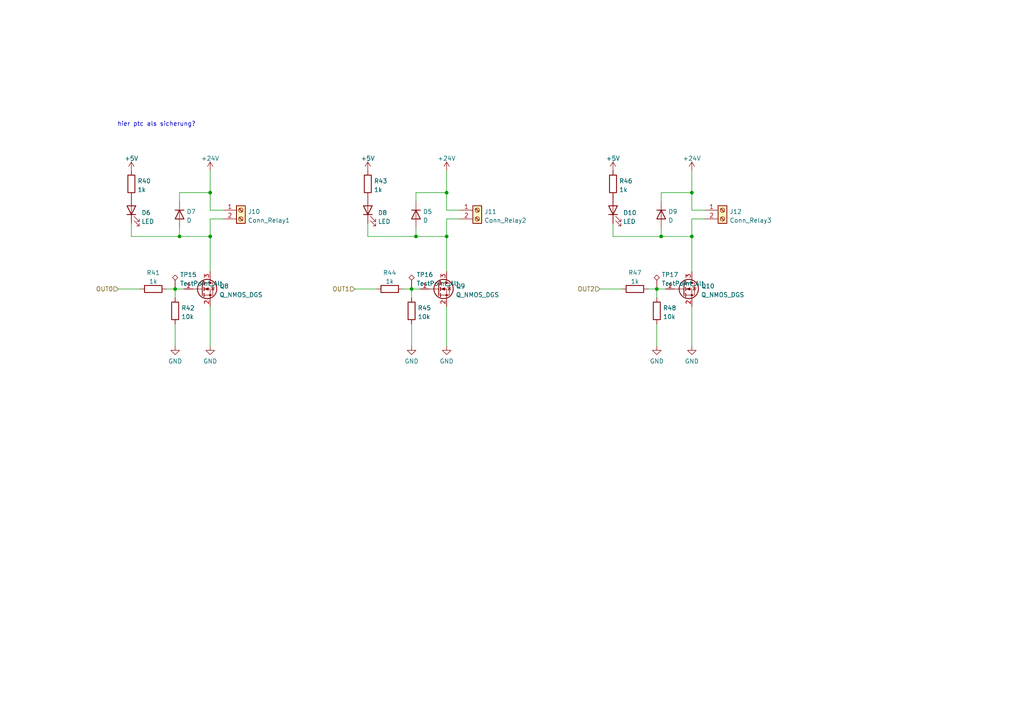
<source format=kicad_sch>
(kicad_sch (version 20211123) (generator eeschema)
  (paper "A4")
  (title_block (title "FloatPUMP Schematics") (date "2022-11-11") (rev "1.0") (company "robtor.de") (comment 1 "Controller board for up to 3 water pumps") (comment 2 "measuring capabilities with piezoresistive pressure sensors") (comment 3 "sensor input Range 4mA-20mA"))
  (lib_symbols
    (symbol "Connector:Screw_Terminal_01x02" (pin_names (offset 1.016) hide)
      (property "Reference" "J" (at 0 2.54 0))
      (property "Value" "Screw_Terminal_01x02" (at 0 -5.08 0))
      (symbol "Screw_Terminal_01x02_1_1"
        (rectangle (start -1.27 1.27) (end 1.27 -3.81) (stroke (width 0.254)) (fill (type background)))
        (circle (center 0 -2.54) (radius 0.635) (stroke (width 0.1524)))
        (polyline (pts (xy -0.5334 -2.2098) (xy 0.3302 -3.048)) (stroke (width 0.1524)))
        (polyline (pts (xy -0.5334 0.3302) (xy 0.3302 -0.508)) (stroke (width 0.1524)))
        (polyline (pts (xy -0.3556 -2.032) (xy 0.508 -2.8702)) (stroke (width 0.1524)))
        (polyline (pts (xy -0.3556 0.508) (xy 0.508 -0.3302)) (stroke (width 0.1524)))
        (circle (center 0 0) (radius 0.635) (stroke (width 0.1524)))
        (pin passive line (at -5.08 0 0) (length 3.81) (name "Pin_1") (number "1"))
        (pin passive line (at -5.08 -2.54 0) (length 3.81) (name "Pin_2") (number "2"))
      )
    )
    (symbol "Connector:TestPoint_Alt" (pin_numbers hide) (pin_names (offset 0.762) hide)
      (property "Reference" "TP" (at 0 6.858 0))
      (property "Value" "TestPoint_Alt" (at 0 5.08 0))
      (symbol "TestPoint_Alt_0_1"
        (polyline (pts (xy 0 2.54) (xy -0.762 3.302) (xy 0 4.064) (xy 0.762 3.302) (xy 0 2.54)))
      )
      (symbol "TestPoint_Alt_1_1"
        (pin passive line (at 0 0 90) (length 2.54) (name "1") (number "1"))
      )
    )
    (symbol "Device:D" (pin_numbers hide) (pin_names (offset 1.016) hide)
      (property "Reference" "D" (at 0 2.54 0))
      (property "Value" "D" (at 0 -2.54 0))
      (symbol "D_0_1"
        (polyline (pts (xy -1.27 1.27) (xy -1.27 -1.27)) (stroke (width 0.254)))
        (polyline (pts (xy 1.27 0) (xy -1.27 0)))
        (polyline (pts (xy 1.27 1.27) (xy 1.27 -1.27) (xy -1.27 0) (xy 1.27 1.27)) (stroke (width 0.254)))
      )
      (symbol "D_1_1"
        (pin passive line (at -3.81 0 0) (length 2.54) (name "K") (number "1"))
        (pin passive line (at 3.81 0 180) (length 2.54) (name "A") (number "2"))
      )
    )
    (symbol "Device:LED" (pin_numbers hide) (pin_names (offset 1.016) hide)
      (property "Reference" "D" (at 0 2.54 0))
      (property "Value" "LED" (at 0 -2.54 0))
      (symbol "LED_0_1"
        (polyline (pts (xy -1.27 -1.27) (xy -1.27 1.27)) (stroke (width 0.254)))
        (polyline (pts (xy -1.27 0) (xy 1.27 0)))
        (polyline (pts (xy 1.27 -1.27) (xy 1.27 1.27) (xy -1.27 0) (xy 1.27 -1.27)) (stroke (width 0.254)))
        (polyline (pts (xy -3.048 -0.762) (xy -4.572 -2.286) (xy -3.81 -2.286) (xy -4.572 -2.286) (xy -4.572 -1.524)))
        (polyline (pts (xy -1.778 -0.762) (xy -3.302 -2.286) (xy -2.54 -2.286) (xy -3.302 -2.286) (xy -3.302 -1.524)))
      )
      (symbol "LED_1_1"
        (pin passive line (at -3.81 0 0) (length 2.54) (name "K") (number "1"))
        (pin passive line (at 3.81 0 180) (length 2.54) (name "A") (number "2"))
      )
    )
    (symbol "Device:Q_NMOS_GSD" (pin_names (offset 0) hide)
      (property "Reference" "Q" (at 5.08 1.27 0))
      (property "Value" "Q_NMOS_GSD" (at 5.08 -1.27 0))
      (symbol "Q_NMOS_GSD_0_1"
        (polyline (pts (xy 0.254 0) (xy -2.54 0)))
        (polyline (pts (xy 0.254 1.905) (xy 0.254 -1.905)) (stroke (width 0.254)))
        (polyline (pts (xy 0.762 -1.27) (xy 0.762 -2.286)) (stroke (width 0.254)))
        (polyline (pts (xy 0.762 0.508) (xy 0.762 -0.508)) (stroke (width 0.254)))
        (polyline (pts (xy 0.762 2.286) (xy 0.762 1.27)) (stroke (width 0.254)))
        (polyline (pts (xy 2.54 2.54) (xy 2.54 1.778)))
        (polyline (pts (xy 2.54 -2.54) (xy 2.54 0) (xy 0.762 0)))
        (polyline (pts (xy 0.762 -1.778) (xy 3.302 -1.778) (xy 3.302 1.778) (xy 0.762 1.778)))
        (polyline (pts (xy 1.016 0) (xy 2.032 0.381) (xy 2.032 -0.381) (xy 1.016 0)) (fill (type outline)))
        (polyline (pts (xy 2.794 0.508) (xy 2.921 0.381) (xy 3.683 0.381) (xy 3.81 0.254)))
        (polyline (pts (xy 3.302 0.381) (xy 2.921 -0.254) (xy 3.683 -0.254) (xy 3.302 0.381)))
        (circle (center 1.651 0) (radius 2.794) (stroke (width 0.254)))
        (circle (center 2.54 -1.778) (radius 0.254) (fill (type outline)))
        (circle (center 2.54 1.778) (radius 0.254) (fill (type outline)))
      )
      (symbol "Q_NMOS_GSD_1_1"
        (pin input line (at -5.08 0 0) (length 2.54) (name "G") (number "1"))
        (pin passive line (at 2.54 -5.08 90) (length 2.54) (name "S") (number "2"))
        (pin passive line (at 2.54 5.08 270) (length 2.54) (name "D") (number "3"))
      )
    )
    (symbol "Device:R" (pin_numbers hide) (pin_names (offset 0))
      (property "Reference" "R" (at 2.032 0 90))
      (property "Value" "R" (at 0 0 90))
      (symbol "R_0_1"
        (rectangle (start -1.016 -2.54) (end 1.016 2.54) (stroke (width 0.254)))
      )
      (symbol "R_1_1"
        (pin passive line (at 0 3.81 270) (length 1.27) (name "~") (number "1"))
        (pin passive line (at 0 -3.81 90) (length 1.27) (name "~") (number "2"))
      )
    )
    (symbol "power:+24V" (power) (pin_names (offset 0))
      (property "Value" "+24V" (at 0 3.556 0))
      (symbol "+24V_0_1"
        (polyline (pts (xy -0.762 1.27) (xy 0 2.54)))
        (polyline (pts (xy 0 0) (xy 0 2.54)))
        (polyline (pts (xy 0 2.54) (xy 0.762 1.27)))
      )
      (symbol "+24V_1_1"
        (pin power_in line (at 0 0 90) (length 0) hide (name "+24V") (number "1"))
      )
    )
    (symbol "power:+5V" (power) (pin_names (offset 0))
      (property "Value" "+5V" (at 0 3.556 0))
      (symbol "+5V_0_1"
        (polyline (pts (xy -0.762 1.27) (xy 0 2.54)))
        (polyline (pts (xy 0 0) (xy 0 2.54)))
        (polyline (pts (xy 0 2.54) (xy 0.762 1.27)))
      )
      (symbol "+5V_1_1"
        (pin power_in line (at 0 0 90) (length 0) hide (name "+5V") (number "1"))
      )
    )
    (symbol "power:GND" (power) (pin_names (offset 0))
      (property "Value" "GND" (at 0 -3.81 0))
      (symbol "GND_0_1"
        (polyline (pts (xy 0 0) (xy 0 -1.27) (xy 1.27 -1.27) (xy 0 -2.54) (xy -1.27 -1.27) (xy 0 -1.27)))
      )
      (symbol "GND_1_1"
        (pin power_in line (at 0 0 270) (length 0) hide (name "GND") (number "1"))
      )
    )
  )
  (junction (at 52.07 68.58))
  (junction (at 120.65 68.58))
  (junction (at 60.96 68.58))
  (junction (at 129.54 68.58))
  (junction (at 119.38 83.82))
  (junction (at 50.8 83.82))
  (junction (at 60.96 55.88))
  (junction (at 191.77 68.58))
  (junction (at 129.54 55.88))
  (junction (at 190.5 83.82))
  (junction (at 200.66 68.58))
  (junction (at 200.66 55.88))
  (wire (pts (xy 191.77 58.42) (xy 191.77 55.88)))
  (wire (pts (xy 60.96 68.58) (xy 60.96 78.74)))
  (wire (pts (xy 173.99 83.82) (xy 180.34 83.82)))
  (wire (pts (xy 190.5 83.82) (xy 193.04 83.82)))
  (wire (pts (xy 50.8 83.82) (xy 50.8 86.36)))
  (wire (pts (xy 200.66 88.9) (xy 200.66 100.33)))
  (wire (pts (xy 200.66 68.58) (xy 200.66 78.74)))
  (wire (pts (xy 129.54 49.53) (xy 129.54 55.88)))
  (wire (pts (xy 102.87 83.82) (xy 109.22 83.82)))
  (wire (pts (xy 60.96 55.88) (xy 60.96 60.96)))
  (wire (pts (xy 191.77 68.58) (xy 200.66 68.58)))
  (wire (pts (xy 52.07 68.58) (xy 38.1 68.58)))
  (wire (pts (xy 187.96 83.82) (xy 190.5 83.82)))
  (wire (pts (xy 190.5 83.82) (xy 190.5 86.36)))
  (wire (pts (xy 120.65 55.88) (xy 129.54 55.88)))
  (wire (pts (xy 120.65 68.58) (xy 129.54 68.58)))
  (wire (pts (xy 200.66 55.88) (xy 200.66 60.96)))
  (wire (pts (xy 191.77 55.88) (xy 200.66 55.88)))
  (wire (pts (xy 177.8 64.77) (xy 177.8 68.58)))
  (wire (pts (xy 129.54 60.96) (xy 133.35 60.96)))
  (wire (pts (xy 50.8 83.82) (xy 53.34 83.82)))
  (wire (pts (xy 116.84 83.82) (xy 119.38 83.82)))
  (wire (pts (xy 50.8 93.98) (xy 50.8 100.33)))
  (wire (pts (xy 133.35 63.5) (xy 129.54 63.5)))
  (wire (pts (xy 60.96 88.9) (xy 60.96 100.33)))
  (wire (pts (xy 106.68 64.77) (xy 106.68 68.58)))
  (wire (pts (xy 52.07 55.88) (xy 60.96 55.88)))
  (wire (pts (xy 60.96 63.5) (xy 60.96 68.58)))
  (wire (pts (xy 34.29 83.82) (xy 40.64 83.82)))
  (wire (pts (xy 119.38 93.98) (xy 119.38 100.33)))
  (wire (pts (xy 52.07 66.04) (xy 52.07 68.58)))
  (wire (pts (xy 119.38 83.82) (xy 121.92 83.82)))
  (wire (pts (xy 120.65 66.04) (xy 120.65 68.58)))
  (wire (pts (xy 52.07 58.42) (xy 52.07 55.88)))
  (wire (pts (xy 191.77 68.58) (xy 177.8 68.58)))
  (wire (pts (xy 129.54 88.9) (xy 129.54 100.33)))
  (wire (pts (xy 52.07 68.58) (xy 60.96 68.58)))
  (wire (pts (xy 60.96 60.96) (xy 64.77 60.96)))
  (wire (pts (xy 64.77 63.5) (xy 60.96 63.5)))
  (wire (pts (xy 190.5 93.98) (xy 190.5 100.33)))
  (wire (pts (xy 120.65 58.42) (xy 120.65 55.88)))
  (wire (pts (xy 119.38 83.82) (xy 119.38 86.36)))
  (wire (pts (xy 204.47 63.5) (xy 200.66 63.5)))
  (wire (pts (xy 129.54 68.58) (xy 129.54 78.74)))
  (wire (pts (xy 129.54 63.5) (xy 129.54 68.58)))
  (wire (pts (xy 200.66 49.53) (xy 200.66 55.88)))
  (wire (pts (xy 120.65 68.58) (xy 106.68 68.58)))
  (wire (pts (xy 129.54 55.88) (xy 129.54 60.96)))
  (wire (pts (xy 200.66 63.5) (xy 200.66 68.58)))
  (wire (pts (xy 38.1 64.77) (xy 38.1 68.58)))
  (wire (pts (xy 191.77 66.04) (xy 191.77 68.58)))
  (wire (pts (xy 48.26 83.82) (xy 50.8 83.82)))
  (wire (pts (xy 200.66 60.96) (xy 204.47 60.96)))
  (wire (pts (xy 60.96 49.53) (xy 60.96 55.88)))
  (text " hier ptc als sicherung?" (at 33.02 36.83 0) (effects (font (size 1.27 1.27)) (justify left bottom)))
  (hierarchical_label "OUT1" (shape input) (at 102.87 83.82 180))
  (hierarchical_label "OUT2" (shape input) (at 173.99 83.82 180))
  (hierarchical_label "OUT0" (shape input) (at 34.29 83.82 180))
  (symbol (lib_id "power:+24V") (at 129.54 49.53 0) (unit 1)
    (property "Reference" "#PWR057" (effects hide))
    (property "Value" "+24V" (at 129.54 45.9542 0))
  )
  (symbol (lib_id "power:GND") (at 200.66 100.33 0) (unit 1)
    (property "Reference" "#PWR062" (effects hide))
    (property "Value" "GND" (at 200.66 104.7734 0))
  )
  (symbol (lib_id "power:GND") (at 119.38 100.33 0) (unit 1)
    (property "Reference" "#PWR056" (effects hide))
    (property "Value" "GND" (at 119.38 104.7734 0))
  )
  (symbol (lib_id "Connector:TestPoint_Alt") (at 119.38 83.82 0) (unit 1)
    (property "Reference" "TP16" (at 120.777 79.6833 0) (effects (justify left)))
    (property "Value" "TestPoint_Alt" (at 120.777 82.2202 0) (effects (justify left)))
    (property "Footprint" "TestPoint:TestPoint_Pad_D1.0mm" (effects hide))
  )
  (symbol (lib_id "power:+5V") (at 177.8 49.53 0) (unit 1)
    (property "Reference" "#PWR059" (effects hide))
    (property "Value" "+5V" (at 177.8 45.9542 0))
  )
  (symbol (lib_id "Device:R") (at 113.03 83.82 90) (unit 1)
    (property "Reference" "R44" (at 113.03 79.1042 90))
    (property "Value" "1k" (at 113.03 81.6411 90))
    (property "Footprint" "Resistor_SMD:R_0603_1608Metric" (effects hide))
    (property "JLCPCB" "C328340" (effects hide))
  )
  (symbol (lib_id "Device:D") (at 191.77 62.23 270) (unit 1)
    (property "Reference" "D9" (at 193.802 61.3953 90) (effects (justify left)))
    (property "Value" "D" (at 193.802 63.9322 90) (effects (justify left)))
    (property "Footprint" "Diode_SMD:D_SMA" (effects hide))
    (property "Datasheet" "https://datasheet.lcsc.com/lcsc/2109061630_YONGYUTAI-1N4001_C2892670.pdf" (effects hide))
    (property "JLCPCB" "C2892670" (effects hide))
  )
  (symbol (lib_id "Device:D") (at 52.07 62.23 270) (unit 1)
    (property "Reference" "D7" (at 54.102 61.3953 90) (effects (justify left)))
    (property "Value" "D" (at 54.102 63.9322 90) (effects (justify left)))
    (property "Footprint" "Diode_SMD:D_SMA" (effects hide))
    (property "Datasheet" "https://datasheet.lcsc.com/lcsc/2109061630_YONGYUTAI-1N4001_C2892670.pdf" (effects hide))
    (property "JLCPCB" "C2892670" (effects hide))
  )
  (symbol (lib_id "Connector:TestPoint_Alt") (at 190.5 83.82 0) (unit 1)
    (property "Reference" "TP17" (at 191.897 79.6833 0) (effects (justify left)))
    (property "Value" "TestPoint_Alt" (at 191.897 82.2202 0) (effects (justify left)))
    (property "Footprint" "TestPoint:TestPoint_Pad_D1.0mm" (effects hide))
  )
  (symbol (lib_id "Device:R") (at 184.15 83.82 90) (unit 1)
    (property "Reference" "R47" (at 184.15 79.1042 90))
    (property "Value" "1k" (at 184.15 81.6411 90))
    (property "Footprint" "Resistor_SMD:R_0603_1608Metric" (effects hide))
    (property "JLCPCB" "C328340" (effects hide))
  )
  (symbol (lib_id "power:+5V") (at 106.68 49.53 0) (unit 1)
    (property "Reference" "#PWR055" (effects hide))
    (property "Value" "+5V" (at 106.68 45.9542 0))
  )
  (symbol (lib_id "power:+24V") (at 60.96 49.53 0) (unit 1)
    (property "Reference" "#PWR053" (effects hide))
    (property "Value" "+24V" (at 60.96 45.9542 0))
  )
  (symbol (lib_id "Device:D") (at 120.65 62.23 270) (unit 1)
    (property "Reference" "D5" (at 122.682 61.3953 90) (effects (justify left)))
    (property "Value" "D" (at 122.682 63.9322 90) (effects (justify left)))
    (property "Footprint" "Diode_SMD:D_SMA" (effects hide))
    (property "Datasheet" "https://datasheet.lcsc.com/lcsc/2109061630_YONGYUTAI-1N4001_C2892670.pdf" (effects hide))
    (property "JLCPCB" "C2892670" (effects hide))
  )
  (symbol (lib_id "Device:Q_NMOS_GSD") (at 198.12 83.82 0) (unit 1)
    (property "Reference" "Q10" (at 203.327 82.9853 0) (effects (justify left)))
    (property "Value" "Q_NMOS_DGS" (at 203.327 85.5222 0) (effects (justify left)))
    (property "Footprint" "Package_TO_SOT_SMD:SOT-23" (effects hide))
    (property "Datasheet" "https://datasheet.lcsc.com/lcsc/1810271831_TOSHIBA-T2N7002BK-LM_C146372.pdf" (effects hide))
    (property "JLCPCB" "C146372" (effects hide))
  )
  (symbol (lib_id "Connector:TestPoint_Alt") (at 50.8 83.82 0) (unit 1)
    (property "Reference" "TP15" (at 52.197 79.6833 0) (effects (justify left)))
    (property "Value" "TestPoint_Alt" (at 52.197 82.2202 0) (effects (justify left)))
    (property "Footprint" "TestPoint:TestPoint_Pad_D1.0mm" (effects hide))
  )
  (symbol (lib_id "Device:LED") (at 106.68 60.96 90) (unit 1)
    (property "Reference" "D8" (at 109.601 61.7128 90) (effects (justify right)))
    (property "Value" "LED" (at 109.601 64.2497 90) (effects (justify right)))
    (property "Footprint" "LED_SMD:LED_0805_2012Metric" (effects hide))
  )
  (symbol (lib_id "power:GND") (at 60.96 100.33 0) (unit 1)
    (property "Reference" "#PWR054" (effects hide))
    (property "Value" "GND" (at 60.96 104.7734 0))
  )
  (symbol (lib_id "Device:LED") (at 177.8 60.96 90) (unit 1)
    (property "Reference" "D10" (at 180.721 61.7128 90) (effects (justify right)))
    (property "Value" "LED" (at 180.721 64.2497 90) (effects (justify right)))
    (property "Footprint" "LED_SMD:LED_0805_2012Metric" (effects hide))
  )
  (symbol (lib_id "Device:R") (at 106.68 53.34 180) (unit 1)
    (property "Reference" "R43" (at 108.458 52.5053 0) (effects (justify right)))
    (property "Value" "1k" (at 108.458 55.0422 0) (effects (justify right)))
    (property "Footprint" "Resistor_SMD:R_0603_1608Metric" (effects hide))
    (property "JLCPCB" "C328340" (effects hide))
  )
  (symbol (lib_id "power:GND") (at 129.54 100.33 0) (unit 1)
    (property "Reference" "#PWR058" (effects hide))
    (property "Value" "GND" (at 129.54 104.7734 0))
  )
  (symbol (lib_id "Device:LED") (at 38.1 60.96 90) (unit 1)
    (property "Reference" "D6" (at 41.021 61.7128 90) (effects (justify right)))
    (property "Value" "LED" (at 41.021 64.2497 90) (effects (justify right)))
    (property "Footprint" "LED_SMD:LED_0805_2012Metric" (effects hide))
  )
  (symbol (lib_id "Device:Q_NMOS_GSD") (at 58.42 83.82 0) (unit 1)
    (property "Reference" "Q8" (at 63.627 82.9853 0) (effects (justify left)))
    (property "Value" "Q_NMOS_DGS" (at 63.627 85.5222 0) (effects (justify left)))
    (property "Footprint" "Package_TO_SOT_SMD:SOT-23" (effects hide))
    (property "Datasheet" "https://datasheet.lcsc.com/lcsc/1810271831_TOSHIBA-T2N7002BK-LM_C146372.pdf" (effects hide))
    (property "JLCPCB" "C146372" (effects hide))
  )
  (symbol (lib_id "power:GND") (at 50.8 100.33 0) (unit 1)
    (property "Reference" "#PWR052" (effects hide))
    (property "Value" "GND" (at 50.8 104.7734 0))
  )
  (symbol (lib_id "Device:R") (at 38.1 53.34 180) (unit 1)
    (property "Reference" "R40" (at 39.878 52.5053 0) (effects (justify right)))
    (property "Value" "1k" (at 39.878 55.0422 0) (effects (justify right)))
    (property "Footprint" "Resistor_SMD:R_0603_1608Metric" (effects hide))
    (property "JLCPCB" "C328340" (effects hide))
  )
  (symbol (lib_id "Device:Q_NMOS_GSD") (at 127 83.82 0) (unit 1)
    (property "Reference" "Q9" (at 132.207 82.9853 0) (effects (justify left)))
    (property "Value" "Q_NMOS_DGS" (at 132.207 85.5222 0) (effects (justify left)))
    (property "Footprint" "Package_TO_SOT_SMD:SOT-23" (effects hide))
    (property "Datasheet" "https://datasheet.lcsc.com/lcsc/1810271831_TOSHIBA-T2N7002BK-LM_C146372.pdf" (effects hide))
    (property "JLCPCB" "C146372" (effects hide))
  )
  (symbol (lib_id "Connector:Screw_Terminal_01x02") (at 138.43 60.96 0) (unit 1)
    (property "Reference" "J11" (at 140.462 61.3953 0) (effects (justify left)))
    (property "Value" "Conn_Relay2" (at 140.462 63.9322 0) (effects (justify left)))
    (property "Footprint" "Connector_PinHeader_2.54mm:PinHeader_1x02_P2.54mm_Vertical" (effects hide))
  )
  (symbol (lib_id "Connector:Screw_Terminal_01x02") (at 209.55 60.96 0) (unit 1)
    (property "Reference" "J12" (at 211.582 61.3953 0) (effects (justify left)))
    (property "Value" "Conn_Relay3" (at 211.582 63.9322 0) (effects (justify left)))
    (property "Footprint" "Connector_PinHeader_2.54mm:PinHeader_1x02_P2.54mm_Vertical" (effects hide))
  )
  (symbol (lib_id "power:+5V") (at 38.1 49.53 0) (unit 1)
    (property "Reference" "#PWR051" (effects hide))
    (property "Value" "+5V" (at 38.1 45.9542 0))
  )
  (symbol (lib_id "Connector:Screw_Terminal_01x02") (at 69.85 60.96 0) (unit 1)
    (property "Reference" "J10" (at 71.882 61.3953 0) (effects (justify left)))
    (property "Value" "Conn_Relay1" (at 71.882 63.9322 0) (effects (justify left)))
    (property "Footprint" "Connector_PinHeader_2.54mm:PinHeader_1x02_P2.54mm_Vertical" (effects hide))
  )
  (symbol (lib_id "Device:R") (at 50.8 90.17 0) (unit 1)
    (property "Reference" "R42" (at 52.578 89.3353 0) (effects (justify left)))
    (property "Value" "10k" (at 52.578 91.8722 0) (effects (justify left)))
    (property "Footprint" "Resistor_SMD:R_0603_1608Metric" (effects hide))
    (property "JLCPCB" "C238881" (effects hide))
  )
  (symbol (lib_id "Device:R") (at 119.38 90.17 0) (unit 1)
    (property "Reference" "R45" (at 121.158 89.3353 0) (effects (justify left)))
    (property "Value" "10k" (at 121.158 91.8722 0) (effects (justify left)))
    (property "Footprint" "Resistor_SMD:R_0603_1608Metric" (effects hide))
    (property "JLCPCB" "C238881" (effects hide))
  )
  (symbol (lib_id "power:+24V") (at 200.66 49.53 0) (unit 1)
    (property "Reference" "#PWR061" (effects hide))
    (property "Value" "+24V" (at 200.66 45.9542 0))
  )
  (symbol (lib_id "Device:R") (at 190.5 90.17 0) (unit 1)
    (property "Reference" "R48" (at 192.278 89.3353 0) (effects (justify left)))
    (property "Value" "10k" (at 192.278 91.8722 0) (effects (justify left)))
    (property "Footprint" "Resistor_SMD:R_0603_1608Metric" (effects hide))
    (property "JLCPCB" "C238881" (effects hide))
  )
  (symbol (lib_id "power:GND") (at 190.5 100.33 0) (unit 1)
    (property "Reference" "#PWR060" (effects hide))
    (property "Value" "GND" (at 190.5 104.7734 0))
  )
  (symbol (lib_id "Device:R") (at 44.45 83.82 90) (unit 1)
    (property "Reference" "R41" (at 44.45 79.1042 90))
    (property "Value" "1k" (at 44.45 81.6411 90))
    (property "Footprint" "Resistor_SMD:R_0603_1608Metric" (effects hide))
    (property "JLCPCB" "C328340" (effects hide))
  )
  (symbol (lib_id "Device:R") (at 177.8 53.34 180) (unit 1)
    (property "Reference" "R46" (at 179.578 52.5053 0) (effects (justify right)))
    (property "Value" "1k" (at 179.578 55.0422 0) (effects (justify right)))
    (property "Footprint" "Resistor_SMD:R_0603_1608Metric" (effects hide))
    (property "JLCPCB" "C328340" (effects hide))
  )
)
</source>
